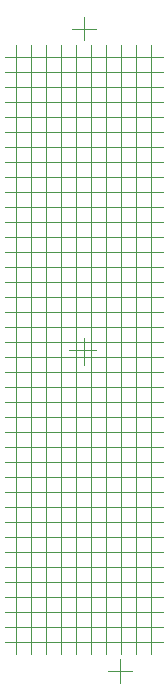
<source format=gbr>
G04 Layer_Color=32896*
%FSLAX26Y26*%
%MOIN*%
%TF.FileFunction,Mechanical*%
%TF.Part,Single*%
G01*
G75*
%TA.AperFunction,NonConductor*%
%ADD109C,0.003937*%
D109*
X7235630Y6894999D02*
X7275000D01*
X7314370D01*
X7275000Y6855629D02*
Y6894999D01*
Y6934370D01*
Y6855629D02*
Y6894999D01*
Y6934370D01*
X7235630Y6894999D02*
X7275000D01*
X7314370D01*
X7460630Y5919999D02*
X7500000D01*
X7539370D01*
X7500000D02*
Y5959369D01*
Y5880629D02*
Y5919999D01*
X7410630D02*
X7450000D01*
X7489370D01*
X7450000D02*
Y5959369D01*
Y5880629D02*
Y5919999D01*
X7360630D02*
X7400000D01*
X7439370D01*
X7400000D02*
Y5959369D01*
Y5880629D02*
Y5919999D01*
X7310630D02*
X7350000D01*
X7389370D01*
X7350000D02*
Y5959369D01*
Y5880629D02*
Y5919999D01*
X7260630D02*
X7300000D01*
X7339370D01*
X7300000D02*
Y5959369D01*
Y5880629D02*
Y5919999D01*
X7210630D02*
X7250000D01*
X7289370D01*
X7250000D02*
Y5959369D01*
Y5880629D02*
Y5919999D01*
X7160630D02*
X7200000D01*
X7239370D01*
X7200000D02*
Y5959369D01*
Y5880629D02*
Y5919999D01*
X7110630D02*
X7150000D01*
X7189370D01*
X7150000D02*
Y5959369D01*
Y5880629D02*
Y5919999D01*
X7060630D02*
X7100000D01*
X7139370D01*
X7100000D02*
Y5959369D01*
Y5880629D02*
Y5919999D01*
X7010630D02*
X7050000D01*
X7089370D01*
X7050000D02*
Y5959369D01*
Y5880629D02*
Y5919999D01*
X7460630Y5969999D02*
X7500000D01*
X7539370D01*
X7500000D02*
Y6009369D01*
Y5930629D02*
Y5969999D01*
X7410630D02*
X7450000D01*
X7489370D01*
X7450000D02*
Y6009369D01*
Y5930629D02*
Y5969999D01*
X7360630D02*
X7400000D01*
X7439370D01*
X7400000D02*
Y6009369D01*
Y5930629D02*
Y5969999D01*
X7310630D02*
X7350000D01*
X7389370D01*
X7350000D02*
Y6009369D01*
Y5930629D02*
Y5969999D01*
X7260630D02*
X7300000D01*
X7339370D01*
X7300000D02*
Y6009369D01*
Y5930629D02*
Y5969999D01*
X7210630D02*
X7250000D01*
X7289370D01*
X7250000D02*
Y6009369D01*
Y5930629D02*
Y5969999D01*
X7160630D02*
X7200000D01*
X7239370D01*
X7200000D02*
Y6009369D01*
Y5930629D02*
Y5969999D01*
X7110630D02*
X7150000D01*
X7189370D01*
X7150000D02*
Y6009369D01*
Y5930629D02*
Y5969999D01*
X7060630D02*
X7100000D01*
X7139370D01*
X7100000D02*
Y6009369D01*
Y5930629D02*
Y5969999D01*
X7010630D02*
X7050000D01*
X7089370D01*
X7050000D02*
Y6009369D01*
Y5930629D02*
Y5969999D01*
X7460630Y6019999D02*
X7500000D01*
X7539370D01*
X7500000D02*
Y6059369D01*
Y5980629D02*
Y6019999D01*
X7410630D02*
X7450000D01*
X7489370D01*
X7450000D02*
Y6059369D01*
Y5980629D02*
Y6019999D01*
X7360630D02*
X7400000D01*
X7439370D01*
X7400000D02*
Y6059369D01*
Y5980629D02*
Y6019999D01*
X7310630D02*
X7350000D01*
X7389370D01*
X7350000D02*
Y6059369D01*
Y5980629D02*
Y6019999D01*
X7260630D02*
X7300000D01*
X7339370D01*
X7300000D02*
Y6059369D01*
Y5980629D02*
Y6019999D01*
X7210630D02*
X7250000D01*
X7289370D01*
X7250000D02*
Y6059369D01*
Y5980629D02*
Y6019999D01*
X7160630D02*
X7200000D01*
X7239370D01*
X7200000D02*
Y6059369D01*
Y5980629D02*
Y6019999D01*
X7110630D02*
X7150000D01*
X7189370D01*
X7150000D02*
Y6059369D01*
Y5980629D02*
Y6019999D01*
X7060630D02*
X7100000D01*
X7139370D01*
X7100000D02*
Y6059369D01*
Y5980629D02*
Y6019999D01*
X7010630D02*
X7050000D01*
X7089370D01*
X7050000D02*
Y6059369D01*
Y5980629D02*
Y6019999D01*
X7460630Y6069999D02*
X7500000D01*
X7539370D01*
X7500000D02*
Y6109369D01*
Y6030629D02*
Y6069999D01*
X7410630D02*
X7450000D01*
X7489370D01*
X7450000D02*
Y6109369D01*
Y6030629D02*
Y6069999D01*
X7360630D02*
X7400000D01*
X7439370D01*
X7400000D02*
Y6109369D01*
Y6030629D02*
Y6069999D01*
X7310630D02*
X7350000D01*
X7389370D01*
X7350000D02*
Y6109369D01*
Y6030629D02*
Y6069999D01*
X7260630D02*
X7300000D01*
X7339370D01*
X7300000D02*
Y6109369D01*
Y6030629D02*
Y6069999D01*
X7210630D02*
X7250000D01*
X7289370D01*
X7250000D02*
Y6109369D01*
Y6030629D02*
Y6069999D01*
X7160630D02*
X7200000D01*
X7239370D01*
X7200000D02*
Y6109369D01*
Y6030629D02*
Y6069999D01*
X7110630D02*
X7150000D01*
X7189370D01*
X7150000D02*
Y6109369D01*
Y6030629D02*
Y6069999D01*
X7060630D02*
X7100000D01*
X7139370D01*
X7100000D02*
Y6109369D01*
Y6030629D02*
Y6069999D01*
X7010630D02*
X7050000D01*
X7089370D01*
X7050000D02*
Y6109369D01*
Y6030629D02*
Y6069999D01*
X7460630Y6119999D02*
X7500000D01*
X7539370D01*
X7500000D02*
Y6159369D01*
Y6080629D02*
Y6119999D01*
X7410630D02*
X7450000D01*
X7489370D01*
X7450000D02*
Y6159369D01*
Y6080629D02*
Y6119999D01*
X7360630D02*
X7400000D01*
X7439370D01*
X7400000D02*
Y6159369D01*
Y6080629D02*
Y6119999D01*
X7310630D02*
X7350000D01*
X7389370D01*
X7350000D02*
Y6159369D01*
Y6080629D02*
Y6119999D01*
X7260630D02*
X7300000D01*
X7339370D01*
X7300000D02*
Y6159369D01*
Y6080629D02*
Y6119999D01*
X7210630D02*
X7250000D01*
X7289370D01*
X7250000D02*
Y6159369D01*
Y6080629D02*
Y6119999D01*
X7160630D02*
X7200000D01*
X7239370D01*
X7200000D02*
Y6159369D01*
Y6080629D02*
Y6119999D01*
X7110630D02*
X7150000D01*
X7189370D01*
X7150000D02*
Y6159369D01*
Y6080629D02*
Y6119999D01*
X7060630D02*
X7100000D01*
X7139370D01*
X7100000D02*
Y6159369D01*
Y6080629D02*
Y6119999D01*
X7010630D02*
X7050000D01*
X7089370D01*
X7050000D02*
Y6159369D01*
Y6080629D02*
Y6119999D01*
X7460630Y6169999D02*
X7500000D01*
X7539370D01*
X7500000D02*
Y6209369D01*
Y6130629D02*
Y6169999D01*
X7410630D02*
X7450000D01*
X7489370D01*
X7450000D02*
Y6209369D01*
Y6130629D02*
Y6169999D01*
X7360630D02*
X7400000D01*
X7439370D01*
X7400000D02*
Y6209369D01*
Y6130629D02*
Y6169999D01*
X7310630D02*
X7350000D01*
X7389370D01*
X7350000D02*
Y6209369D01*
Y6130629D02*
Y6169999D01*
X7260630D02*
X7300000D01*
X7339370D01*
X7300000D02*
Y6209369D01*
Y6130629D02*
Y6169999D01*
X7210630D02*
X7250000D01*
X7289370D01*
X7250000D02*
Y6209369D01*
Y6130629D02*
Y6169999D01*
X7160630D02*
X7200000D01*
X7239370D01*
X7200000D02*
Y6209369D01*
Y6130629D02*
Y6169999D01*
X7110630D02*
X7150000D01*
X7189370D01*
X7150000D02*
Y6209369D01*
Y6130629D02*
Y6169999D01*
X7060630D02*
X7100000D01*
X7139370D01*
X7100000D02*
Y6209369D01*
Y6130629D02*
Y6169999D01*
X7010630D02*
X7050000D01*
X7089370D01*
X7050000D02*
Y6209369D01*
Y6130629D02*
Y6169999D01*
X7460630Y6219999D02*
X7500000D01*
X7539370D01*
X7500000D02*
Y6259369D01*
Y6180629D02*
Y6219999D01*
X7410630D02*
X7450000D01*
X7489370D01*
X7450000D02*
Y6259369D01*
Y6180629D02*
Y6219999D01*
X7360630D02*
X7400000D01*
X7439370D01*
X7400000D02*
Y6259369D01*
Y6180629D02*
Y6219999D01*
X7310630D02*
X7350000D01*
X7389370D01*
X7350000D02*
Y6259369D01*
Y6180629D02*
Y6219999D01*
X7260630D02*
X7300000D01*
X7339370D01*
X7300000D02*
Y6259369D01*
Y6180629D02*
Y6219999D01*
X7210630D02*
X7250000D01*
X7289370D01*
X7250000D02*
Y6259369D01*
Y6180629D02*
Y6219999D01*
X7160630D02*
X7200000D01*
X7239370D01*
X7200000D02*
Y6259369D01*
Y6180629D02*
Y6219999D01*
X7110630D02*
X7150000D01*
X7189370D01*
X7150000D02*
Y6259369D01*
Y6180629D02*
Y6219999D01*
X7060630D02*
X7100000D01*
X7139370D01*
X7100000D02*
Y6259369D01*
Y6180629D02*
Y6219999D01*
X7010630D02*
X7050000D01*
X7089370D01*
X7050000D02*
Y6259369D01*
Y6180629D02*
Y6219999D01*
X7460630Y6269999D02*
X7500000D01*
X7539370D01*
X7500000D02*
Y6309369D01*
Y6230629D02*
Y6269999D01*
X7410630D02*
X7450000D01*
X7489370D01*
X7450000D02*
Y6309369D01*
Y6230629D02*
Y6269999D01*
X7360630D02*
X7400000D01*
X7439370D01*
X7400000D02*
Y6309369D01*
Y6230629D02*
Y6269999D01*
X7310630D02*
X7350000D01*
X7389370D01*
X7350000D02*
Y6309369D01*
Y6230629D02*
Y6269999D01*
X7260630D02*
X7300000D01*
X7339370D01*
X7300000D02*
Y6309369D01*
Y6230629D02*
Y6269999D01*
X7210630D02*
X7250000D01*
X7289370D01*
X7250000D02*
Y6309369D01*
Y6230629D02*
Y6269999D01*
X7160630D02*
X7200000D01*
X7239370D01*
X7200000D02*
Y6309369D01*
Y6230629D02*
Y6269999D01*
X7110630D02*
X7150000D01*
X7189370D01*
X7150000D02*
Y6309369D01*
Y6230629D02*
Y6269999D01*
X7060630D02*
X7100000D01*
X7139370D01*
X7100000D02*
Y6309369D01*
Y6230629D02*
Y6269999D01*
X7010630D02*
X7050000D01*
X7089370D01*
X7050000D02*
Y6309369D01*
Y6230629D02*
Y6269999D01*
X7460630Y6319999D02*
X7500000D01*
X7539370D01*
X7500000D02*
Y6359369D01*
Y6280629D02*
Y6319999D01*
X7410630D02*
X7450000D01*
X7489370D01*
X7450000D02*
Y6359369D01*
Y6280629D02*
Y6319999D01*
X7360630D02*
X7400000D01*
X7439370D01*
X7400000D02*
Y6359369D01*
Y6280629D02*
Y6319999D01*
X7310630D02*
X7350000D01*
X7389370D01*
X7350000D02*
Y6359369D01*
Y6280629D02*
Y6319999D01*
X7260630D02*
X7300000D01*
X7339370D01*
X7300000D02*
Y6359369D01*
Y6280629D02*
Y6319999D01*
X7210630D02*
X7250000D01*
X7289370D01*
X7250000D02*
Y6359369D01*
Y6280629D02*
Y6319999D01*
X7160630D02*
X7200000D01*
X7239370D01*
X7200000D02*
Y6359369D01*
Y6280629D02*
Y6319999D01*
X7110630D02*
X7150000D01*
X7189370D01*
X7150000D02*
Y6359369D01*
Y6280629D02*
Y6319999D01*
X7060630D02*
X7100000D01*
X7139370D01*
X7100000D02*
Y6359369D01*
Y6280629D02*
Y6319999D01*
X7010630D02*
X7050000D01*
X7089370D01*
X7050000D02*
Y6359369D01*
Y6280629D02*
Y6319999D01*
X7460630Y6369999D02*
X7500000D01*
X7539370D01*
X7500000D02*
Y6409369D01*
Y6330629D02*
Y6369999D01*
X7410630D02*
X7450000D01*
X7489370D01*
X7450000D02*
Y6409369D01*
Y6330629D02*
Y6369999D01*
X7360630D02*
X7400000D01*
X7439370D01*
X7400000D02*
Y6409369D01*
Y6330629D02*
Y6369999D01*
X7310630D02*
X7350000D01*
X7389370D01*
X7350000D02*
Y6409369D01*
Y6330629D02*
Y6369999D01*
X7260630D02*
X7300000D01*
X7339370D01*
X7300000D02*
Y6409369D01*
Y6330629D02*
Y6369999D01*
X7210630D02*
X7250000D01*
X7289370D01*
X7250000D02*
Y6409369D01*
Y6330629D02*
Y6369999D01*
X7160630D02*
X7200000D01*
X7239370D01*
X7200000D02*
Y6409369D01*
Y6330629D02*
Y6369999D01*
X7110630D02*
X7150000D01*
X7189370D01*
X7150000D02*
Y6409369D01*
Y6330629D02*
Y6369999D01*
X7060630D02*
X7100000D01*
X7139370D01*
X7100000D02*
Y6409369D01*
Y6330629D02*
Y6369999D01*
X7010630D02*
X7050000D01*
X7089370D01*
X7050000D02*
Y6409369D01*
Y6330629D02*
Y6369999D01*
X7460630Y6419999D02*
X7500000D01*
X7539370D01*
X7500000D02*
Y6459369D01*
Y6380629D02*
Y6419999D01*
X7410630D02*
X7450000D01*
X7489370D01*
X7450000D02*
Y6459369D01*
Y6380629D02*
Y6419999D01*
X7360630D02*
X7400000D01*
X7439370D01*
X7400000D02*
Y6459369D01*
Y6380629D02*
Y6419999D01*
X7310630D02*
X7350000D01*
X7389370D01*
X7350000D02*
Y6459369D01*
Y6380629D02*
Y6419999D01*
X7260630D02*
X7300000D01*
X7339370D01*
X7300000D02*
Y6459369D01*
Y6380629D02*
Y6419999D01*
X7210630D02*
X7250000D01*
X7289370D01*
X7250000D02*
Y6459369D01*
Y6380629D02*
Y6419999D01*
X7160630D02*
X7200000D01*
X7239370D01*
X7200000D02*
Y6459369D01*
Y6380629D02*
Y6419999D01*
X7110630D02*
X7150000D01*
X7189370D01*
X7150000D02*
Y6459369D01*
Y6380629D02*
Y6419999D01*
X7060630D02*
X7100000D01*
X7139370D01*
X7100000D02*
Y6459369D01*
Y6380629D02*
Y6419999D01*
X7010630D02*
X7050000D01*
X7089370D01*
X7050000D02*
Y6459369D01*
Y6380629D02*
Y6419999D01*
X7460630Y6469999D02*
X7500000D01*
X7539370D01*
X7500000D02*
Y6509369D01*
Y6430629D02*
Y6469999D01*
X7410630D02*
X7450000D01*
X7489370D01*
X7450000D02*
Y6509369D01*
Y6430629D02*
Y6469999D01*
X7360630D02*
X7400000D01*
X7439370D01*
X7400000D02*
Y6509369D01*
Y6430629D02*
Y6469999D01*
X7310630D02*
X7350000D01*
X7389370D01*
X7350000D02*
Y6509369D01*
Y6430629D02*
Y6469999D01*
X7260630D02*
X7300000D01*
X7339370D01*
X7300000D02*
Y6509369D01*
Y6430629D02*
Y6469999D01*
X7210630D02*
X7250000D01*
X7289370D01*
X7250000D02*
Y6509369D01*
Y6430629D02*
Y6469999D01*
X7160630D02*
X7200000D01*
X7239370D01*
X7200000D02*
Y6509369D01*
Y6430629D02*
Y6469999D01*
X7110630D02*
X7150000D01*
X7189370D01*
X7150000D02*
Y6509369D01*
Y6430629D02*
Y6469999D01*
X7060630D02*
X7100000D01*
X7139370D01*
X7100000D02*
Y6509369D01*
Y6430629D02*
Y6469999D01*
X7010630D02*
X7050000D01*
X7089370D01*
X7050000D02*
Y6509369D01*
Y6430629D02*
Y6469999D01*
X7460630Y6519999D02*
X7500000D01*
X7539370D01*
X7500000D02*
Y6559369D01*
Y6480629D02*
Y6519999D01*
X7410630D02*
X7450000D01*
X7489370D01*
X7450000D02*
Y6559369D01*
Y6480629D02*
Y6519999D01*
X7360630D02*
X7400000D01*
X7439370D01*
X7400000D02*
Y6559369D01*
Y6480629D02*
Y6519999D01*
X7310630D02*
X7350000D01*
X7389370D01*
X7350000D02*
Y6559369D01*
Y6480629D02*
Y6519999D01*
X7260630D02*
X7300000D01*
X7339370D01*
X7300000D02*
Y6559369D01*
Y6480629D02*
Y6519999D01*
X7210630D02*
X7250000D01*
X7289370D01*
X7250000D02*
Y6559369D01*
Y6480629D02*
Y6519999D01*
X7160630D02*
X7200000D01*
X7239370D01*
X7200000D02*
Y6559369D01*
Y6480629D02*
Y6519999D01*
X7110630D02*
X7150000D01*
X7189370D01*
X7150000D02*
Y6559369D01*
Y6480629D02*
Y6519999D01*
X7060630D02*
X7100000D01*
X7139370D01*
X7100000D02*
Y6559369D01*
Y6480629D02*
Y6519999D01*
X7010630D02*
X7050000D01*
X7089370D01*
X7050000D02*
Y6559369D01*
Y6480629D02*
Y6519999D01*
X7460630Y6569999D02*
X7500000D01*
X7539370D01*
X7500000D02*
Y6609369D01*
Y6530629D02*
Y6569999D01*
X7410630D02*
X7450000D01*
X7489370D01*
X7450000D02*
Y6609369D01*
Y6530629D02*
Y6569999D01*
X7360630D02*
X7400000D01*
X7439370D01*
X7400000D02*
Y6609369D01*
Y6530629D02*
Y6569999D01*
X7310630D02*
X7350000D01*
X7389370D01*
X7350000D02*
Y6609369D01*
Y6530629D02*
Y6569999D01*
X7260630D02*
X7300000D01*
X7339370D01*
X7300000D02*
Y6609369D01*
Y6530629D02*
Y6569999D01*
X7210630D02*
X7250000D01*
X7289370D01*
X7250000D02*
Y6609369D01*
Y6530629D02*
Y6569999D01*
X7160630D02*
X7200000D01*
X7239370D01*
X7200000D02*
Y6609369D01*
Y6530629D02*
Y6569999D01*
X7110630D02*
X7150000D01*
X7189370D01*
X7150000D02*
Y6609369D01*
Y6530629D02*
Y6569999D01*
X7060630D02*
X7100000D01*
X7139370D01*
X7100000D02*
Y6609369D01*
Y6530629D02*
Y6569999D01*
X7010630D02*
X7050000D01*
X7089370D01*
X7050000D02*
Y6609369D01*
Y6530629D02*
Y6569999D01*
X7460630Y6619999D02*
X7500000D01*
X7539370D01*
X7500000D02*
Y6659369D01*
Y6580629D02*
Y6619999D01*
X7410630D02*
X7450000D01*
X7489370D01*
X7450000D02*
Y6659369D01*
Y6580629D02*
Y6619999D01*
X7360630D02*
X7400000D01*
X7439370D01*
X7400000D02*
Y6659369D01*
Y6580629D02*
Y6619999D01*
X7310630D02*
X7350000D01*
X7389370D01*
X7350000D02*
Y6659369D01*
Y6580629D02*
Y6619999D01*
X7260630D02*
X7300000D01*
X7339370D01*
X7300000D02*
Y6659369D01*
Y6580629D02*
Y6619999D01*
X7210630D02*
X7250000D01*
X7289370D01*
X7250000D02*
Y6659369D01*
Y6580629D02*
Y6619999D01*
X7160630D02*
X7200000D01*
X7239370D01*
X7200000D02*
Y6659369D01*
Y6580629D02*
Y6619999D01*
X7110630D02*
X7150000D01*
X7189370D01*
X7150000D02*
Y6659369D01*
Y6580629D02*
Y6619999D01*
X7060630D02*
X7100000D01*
X7139370D01*
X7100000D02*
Y6659369D01*
Y6580629D02*
Y6619999D01*
X7010630D02*
X7050000D01*
X7089370D01*
X7050000D02*
Y6659369D01*
Y6580629D02*
Y6619999D01*
X7460630Y6669999D02*
X7500000D01*
X7539370D01*
X7500000D02*
Y6709369D01*
Y6630629D02*
Y6669999D01*
X7410630D02*
X7450000D01*
X7489370D01*
X7450000D02*
Y6709369D01*
Y6630629D02*
Y6669999D01*
X7360630D02*
X7400000D01*
X7439370D01*
X7400000D02*
Y6709369D01*
Y6630629D02*
Y6669999D01*
X7310630D02*
X7350000D01*
X7389370D01*
X7350000D02*
Y6709369D01*
Y6630629D02*
Y6669999D01*
X7260630D02*
X7300000D01*
X7339370D01*
X7300000D02*
Y6709369D01*
Y6630629D02*
Y6669999D01*
X7210630D02*
X7250000D01*
X7289370D01*
X7250000D02*
Y6709369D01*
Y6630629D02*
Y6669999D01*
X7160630D02*
X7200000D01*
X7239370D01*
X7200000D02*
Y6709369D01*
Y6630629D02*
Y6669999D01*
X7110630D02*
X7150000D01*
X7189370D01*
X7150000D02*
Y6709369D01*
Y6630629D02*
Y6669999D01*
X7060630D02*
X7100000D01*
X7139370D01*
X7100000D02*
Y6709369D01*
Y6630629D02*
Y6669999D01*
X7010630D02*
X7050000D01*
X7089370D01*
X7050000D02*
Y6709369D01*
Y6630629D02*
Y6669999D01*
X7460630Y6719999D02*
X7500000D01*
X7539370D01*
X7500000D02*
Y6759369D01*
Y6680629D02*
Y6719999D01*
X7410630D02*
X7450000D01*
X7489370D01*
X7450000D02*
Y6759369D01*
Y6680629D02*
Y6719999D01*
X7360630D02*
X7400000D01*
X7439370D01*
X7400000D02*
Y6759369D01*
Y6680629D02*
Y6719999D01*
X7310630D02*
X7350000D01*
X7389370D01*
X7350000D02*
Y6759369D01*
Y6680629D02*
Y6719999D01*
X7260630D02*
X7300000D01*
X7339370D01*
X7300000D02*
Y6759369D01*
Y6680629D02*
Y6719999D01*
X7210630D02*
X7250000D01*
X7289370D01*
X7250000D02*
Y6759369D01*
Y6680629D02*
Y6719999D01*
X7160630D02*
X7200000D01*
X7239370D01*
X7200000D02*
Y6759369D01*
Y6680629D02*
Y6719999D01*
X7110630D02*
X7150000D01*
X7189370D01*
X7150000D02*
Y6759369D01*
Y6680629D02*
Y6719999D01*
X7060630D02*
X7100000D01*
X7139370D01*
X7100000D02*
Y6759369D01*
Y6680629D02*
Y6719999D01*
X7010630D02*
X7050000D01*
X7089370D01*
X7050000D02*
Y6759369D01*
Y6680629D02*
Y6719999D01*
X7460630Y6769999D02*
X7500000D01*
X7539370D01*
X7500000D02*
Y6809369D01*
Y6730629D02*
Y6769999D01*
X7410630D02*
X7450000D01*
X7489370D01*
X7450000D02*
Y6809369D01*
Y6730629D02*
Y6769999D01*
X7360630D02*
X7400000D01*
X7439370D01*
X7400000D02*
Y6809369D01*
Y6730629D02*
Y6769999D01*
X7310630D02*
X7350000D01*
X7389370D01*
X7350000D02*
Y6809369D01*
Y6730629D02*
Y6769999D01*
X7260630D02*
X7300000D01*
X7339370D01*
X7300000D02*
Y6809369D01*
Y6730629D02*
Y6769999D01*
X7210630D02*
X7250000D01*
X7289370D01*
X7250000D02*
Y6809369D01*
Y6730629D02*
Y6769999D01*
X7160630D02*
X7200000D01*
X7239370D01*
X7200000D02*
Y6809369D01*
Y6730629D02*
Y6769999D01*
X7110630D02*
X7150000D01*
X7189370D01*
X7150000D02*
Y6809369D01*
Y6730629D02*
Y6769999D01*
X7060630D02*
X7100000D01*
X7139370D01*
X7100000D02*
Y6809369D01*
Y6730629D02*
Y6769999D01*
X7010630D02*
X7050000D01*
X7089370D01*
X7050000D02*
Y6809369D01*
Y6730629D02*
Y6769999D01*
X7460630Y6819999D02*
X7500000D01*
X7539370D01*
X7500000D02*
Y6859370D01*
Y6780629D02*
Y6819999D01*
X7410630D02*
X7450000D01*
X7489370D01*
X7450000D02*
Y6859370D01*
Y6780629D02*
Y6819999D01*
X7360630D02*
X7400000D01*
X7439370D01*
X7400000D02*
Y6859370D01*
Y6780629D02*
Y6819999D01*
X7310630D02*
X7350000D01*
X7389370D01*
X7350000D02*
Y6859370D01*
Y6780629D02*
Y6819999D01*
X7260630D02*
X7300000D01*
X7339370D01*
X7300000D02*
Y6859370D01*
Y6780629D02*
Y6819999D01*
X7210630D02*
X7250000D01*
X7289370D01*
X7250000D02*
Y6859370D01*
Y6780629D02*
Y6819999D01*
X7160630D02*
X7200000D01*
X7239370D01*
X7200000D02*
Y6859370D01*
Y6780629D02*
Y6819999D01*
X7110630D02*
X7150000D01*
X7189370D01*
X7150000D02*
Y6859370D01*
Y6780629D02*
Y6819999D01*
X7060630D02*
X7100000D01*
X7139370D01*
X7100000D02*
Y6859370D01*
Y6780629D02*
Y6819999D01*
X7010630D02*
X7050000D01*
X7089370D01*
X7050000D02*
Y6859370D01*
Y6780629D02*
Y6819999D01*
X7460630Y6869999D02*
X7500000D01*
X7539370D01*
X7500000D02*
Y6909370D01*
Y6830629D02*
Y6869999D01*
X7410630D02*
X7450000D01*
X7489370D01*
X7450000D02*
Y6909370D01*
Y6830629D02*
Y6869999D01*
X7360630D02*
X7400000D01*
X7439370D01*
X7400000D02*
Y6909370D01*
Y6830629D02*
Y6869999D01*
X7310630D02*
X7350000D01*
X7389370D01*
X7350000D02*
Y6909370D01*
Y6830629D02*
Y6869999D01*
X7260630D02*
X7300000D01*
X7339370D01*
X7300000D02*
Y6909370D01*
Y6830629D02*
Y6869999D01*
X7210630D02*
X7250000D01*
X7289370D01*
X7250000D02*
Y6909370D01*
Y6830629D02*
Y6869999D01*
X7160630D02*
X7200000D01*
X7239370D01*
X7200000D02*
Y6909370D01*
Y6830629D02*
Y6869999D01*
X7110630D02*
X7150000D01*
X7189370D01*
X7150000D02*
Y6909370D01*
Y6830629D02*
Y6869999D01*
X7060630D02*
X7100000D01*
X7139370D01*
X7100000D02*
Y6909370D01*
Y6830629D02*
Y6869999D01*
X7010630D02*
X7050000D01*
X7089370D01*
X7050000D02*
Y6909370D01*
Y6830629D02*
Y6869999D01*
X7460630Y6919999D02*
X7500000D01*
X7539370D01*
X7500000D02*
Y6959370D01*
Y6880629D02*
Y6919999D01*
X7410630D02*
X7450000D01*
X7489370D01*
X7450000D02*
Y6959370D01*
Y6880629D02*
Y6919999D01*
X7360630D02*
X7400000D01*
X7439370D01*
X7400000D02*
Y6959370D01*
Y6880629D02*
Y6919999D01*
X7310630D02*
X7350000D01*
X7389370D01*
X7350000D02*
Y6959370D01*
Y6880629D02*
Y6919999D01*
X7260630D02*
X7300000D01*
X7339370D01*
X7300000D02*
Y6959370D01*
Y6880629D02*
Y6919999D01*
X7210630D02*
X7250000D01*
X7289370D01*
X7250000D02*
Y6959370D01*
Y6880629D02*
Y6919999D01*
X7160630D02*
X7200000D01*
X7239370D01*
X7200000D02*
Y6959370D01*
Y6880629D02*
Y6919999D01*
X7110630D02*
X7150000D01*
X7189370D01*
X7150000D02*
Y6959370D01*
Y6880629D02*
Y6919999D01*
X7060630D02*
X7100000D01*
X7139370D01*
X7100000D02*
Y6959370D01*
Y6880629D02*
Y6919999D01*
X7010630D02*
X7050000D01*
X7089370D01*
X7050000D02*
Y6959370D01*
Y6880629D02*
Y6919999D01*
X7460630Y6969999D02*
X7500000D01*
X7539370D01*
X7500000D02*
Y7009370D01*
Y6930629D02*
Y6969999D01*
X7410630D02*
X7450000D01*
X7489370D01*
X7450000D02*
Y7009370D01*
Y6930629D02*
Y6969999D01*
X7360630D02*
X7400000D01*
X7439370D01*
X7400000D02*
Y7009370D01*
Y6930629D02*
Y6969999D01*
X7310630D02*
X7350000D01*
X7389370D01*
X7350000D02*
Y7009370D01*
Y6930629D02*
Y6969999D01*
X7260630D02*
X7300000D01*
X7339370D01*
X7300000D02*
Y7009370D01*
Y6930629D02*
Y6969999D01*
X7210630D02*
X7250000D01*
X7289370D01*
X7250000D02*
Y7009370D01*
Y6930629D02*
Y6969999D01*
X7160630D02*
X7200000D01*
X7239370D01*
X7200000D02*
Y7009370D01*
Y6930629D02*
Y6969999D01*
X7110630D02*
X7150000D01*
X7189370D01*
X7150000D02*
Y7009370D01*
Y6930629D02*
Y6969999D01*
X7060630D02*
X7100000D01*
X7139370D01*
X7100000D02*
Y7009370D01*
Y6930629D02*
Y6969999D01*
X7010630D02*
X7050000D01*
X7089370D01*
X7050000D02*
Y7009370D01*
Y6930629D02*
Y6969999D01*
X7460630Y7020000D02*
X7500000D01*
X7539370D01*
X7500000D02*
Y7059370D01*
Y6980630D02*
Y7020000D01*
X7410630D02*
X7450000D01*
X7489370D01*
X7450000D02*
Y7059370D01*
Y6980630D02*
Y7020000D01*
X7360630D02*
X7400000D01*
X7439370D01*
X7400000D02*
Y7059370D01*
Y6980630D02*
Y7020000D01*
X7310630D02*
X7350000D01*
X7389370D01*
X7350000D02*
Y7059370D01*
Y6980630D02*
Y7020000D01*
X7260630D02*
X7300000D01*
X7339370D01*
X7300000D02*
Y7059370D01*
Y6980630D02*
Y7020000D01*
X7210630D02*
X7250000D01*
X7289370D01*
X7250000D02*
Y7059370D01*
Y6980630D02*
Y7020000D01*
X7160630D02*
X7200000D01*
X7239370D01*
X7200000D02*
Y7059370D01*
Y6980630D02*
Y7020000D01*
X7110630D02*
X7150000D01*
X7189370D01*
X7150000D02*
Y7059370D01*
Y6980630D02*
Y7020000D01*
X7060630D02*
X7100000D01*
X7139370D01*
X7100000D02*
Y7059370D01*
Y6980630D02*
Y7020000D01*
X7010630D02*
X7050000D01*
X7089370D01*
X7050000D02*
Y7059370D01*
Y6980630D02*
Y7020000D01*
X7460630Y7070000D02*
X7500000D01*
X7539370D01*
X7500000D02*
Y7109370D01*
Y7030630D02*
Y7070000D01*
X7410630D02*
X7450000D01*
X7489370D01*
X7450000D02*
Y7109370D01*
Y7030630D02*
Y7070000D01*
X7360630D02*
X7400000D01*
X7439370D01*
X7400000D02*
Y7109370D01*
Y7030630D02*
Y7070000D01*
X7310630D02*
X7350000D01*
X7389370D01*
X7350000D02*
Y7109370D01*
Y7030630D02*
Y7070000D01*
X7260630D02*
X7300000D01*
X7339370D01*
X7300000D02*
Y7109370D01*
Y7030630D02*
Y7070000D01*
X7210630D02*
X7250000D01*
X7289370D01*
X7250000D02*
Y7109370D01*
Y7030630D02*
Y7070000D01*
X7160630D02*
X7200000D01*
X7239370D01*
X7200000D02*
Y7109370D01*
Y7030630D02*
Y7070000D01*
X7110630D02*
X7150000D01*
X7189370D01*
X7150000D02*
Y7109370D01*
Y7030630D02*
Y7070000D01*
X7060630D02*
X7100000D01*
X7139370D01*
X7100000D02*
Y7109370D01*
Y7030630D02*
Y7070000D01*
X7010630D02*
X7050000D01*
X7089370D01*
X7050000D02*
Y7109370D01*
Y7030630D02*
Y7070000D01*
X7460630Y7120000D02*
X7500000D01*
X7539370D01*
X7500000D02*
Y7159370D01*
Y7080630D02*
Y7120000D01*
X7410630D02*
X7450000D01*
X7489370D01*
X7450000D02*
Y7159370D01*
Y7080630D02*
Y7120000D01*
X7360630D02*
X7400000D01*
X7439370D01*
X7400000D02*
Y7159370D01*
Y7080630D02*
Y7120000D01*
X7310630D02*
X7350000D01*
X7389370D01*
X7350000D02*
Y7159370D01*
Y7080630D02*
Y7120000D01*
X7260630D02*
X7300000D01*
X7339370D01*
X7300000D02*
Y7159370D01*
Y7080630D02*
Y7120000D01*
X7210630D02*
X7250000D01*
X7289370D01*
X7250000D02*
Y7159370D01*
Y7080630D02*
Y7120000D01*
X7160630D02*
X7200000D01*
X7239370D01*
X7200000D02*
Y7159370D01*
Y7080630D02*
Y7120000D01*
X7110630D02*
X7150000D01*
X7189370D01*
X7150000D02*
Y7159370D01*
Y7080630D02*
Y7120000D01*
X7060630D02*
X7100000D01*
X7139370D01*
X7100000D02*
Y7159370D01*
Y7080630D02*
Y7120000D01*
X7010630D02*
X7050000D01*
X7089370D01*
X7050000D02*
Y7159370D01*
Y7080630D02*
Y7120000D01*
X7460630Y7170000D02*
X7500000D01*
X7539370D01*
X7500000D02*
Y7209370D01*
Y7130630D02*
Y7170000D01*
X7410630D02*
X7450000D01*
X7489370D01*
X7450000D02*
Y7209370D01*
Y7130630D02*
Y7170000D01*
X7360630D02*
X7400000D01*
X7439370D01*
X7400000D02*
Y7209370D01*
Y7130630D02*
Y7170000D01*
X7310630D02*
X7350000D01*
X7389370D01*
X7350000D02*
Y7209370D01*
Y7130630D02*
Y7170000D01*
X7260630D02*
X7300000D01*
X7339370D01*
X7300000D02*
Y7209370D01*
Y7130630D02*
Y7170000D01*
X7210630D02*
X7250000D01*
X7289370D01*
X7250000D02*
Y7209370D01*
Y7130630D02*
Y7170000D01*
X7160630D02*
X7200000D01*
X7239370D01*
X7200000D02*
Y7209370D01*
Y7130630D02*
Y7170000D01*
X7110630D02*
X7150000D01*
X7189370D01*
X7150000D02*
Y7209370D01*
Y7130630D02*
Y7170000D01*
X7060630D02*
X7100000D01*
X7139370D01*
X7100000D02*
Y7209370D01*
Y7130630D02*
Y7170000D01*
X7010630D02*
X7050000D01*
X7089370D01*
X7050000D02*
Y7209370D01*
Y7130630D02*
Y7170000D01*
X7460630Y7220000D02*
X7500000D01*
X7539370D01*
X7500000D02*
Y7259370D01*
Y7180630D02*
Y7220000D01*
X7410630D02*
X7450000D01*
X7489370D01*
X7450000D02*
Y7259370D01*
Y7180630D02*
Y7220000D01*
X7360630D02*
X7400000D01*
X7439370D01*
X7400000D02*
Y7259370D01*
Y7180630D02*
Y7220000D01*
X7310630D02*
X7350000D01*
X7389370D01*
X7350000D02*
Y7259370D01*
Y7180630D02*
Y7220000D01*
X7260630D02*
X7300000D01*
X7339370D01*
X7300000D02*
Y7259370D01*
Y7180630D02*
Y7220000D01*
X7210630D02*
X7250000D01*
X7289370D01*
X7250000D02*
Y7259370D01*
Y7180630D02*
Y7220000D01*
X7160630D02*
X7200000D01*
X7239370D01*
X7200000D02*
Y7259370D01*
Y7180630D02*
Y7220000D01*
X7110630D02*
X7150000D01*
X7189370D01*
X7150000D02*
Y7259370D01*
Y7180630D02*
Y7220000D01*
X7060630D02*
X7100000D01*
X7139370D01*
X7100000D02*
Y7259370D01*
Y7180630D02*
Y7220000D01*
X7010630D02*
X7050000D01*
X7089370D01*
X7050000D02*
Y7259370D01*
Y7180630D02*
Y7220000D01*
X7460630Y7270000D02*
X7500000D01*
X7539370D01*
X7500000D02*
Y7309370D01*
Y7230630D02*
Y7270000D01*
X7410630D02*
X7450000D01*
X7489370D01*
X7450000D02*
Y7309370D01*
Y7230630D02*
Y7270000D01*
X7360630D02*
X7400000D01*
X7439370D01*
X7400000D02*
Y7309370D01*
Y7230630D02*
Y7270000D01*
X7310630D02*
X7350000D01*
X7389370D01*
X7350000D02*
Y7309370D01*
Y7230630D02*
Y7270000D01*
X7260630D02*
X7300000D01*
X7339370D01*
X7300000D02*
Y7309370D01*
Y7230630D02*
Y7270000D01*
X7210630D02*
X7250000D01*
X7289370D01*
X7250000D02*
Y7309370D01*
Y7230630D02*
Y7270000D01*
X7160630D02*
X7200000D01*
X7239370D01*
X7200000D02*
Y7309370D01*
Y7230630D02*
Y7270000D01*
X7110630D02*
X7150000D01*
X7189370D01*
X7150000D02*
Y7309370D01*
Y7230630D02*
Y7270000D01*
X7060630D02*
X7100000D01*
X7139370D01*
X7100000D02*
Y7309370D01*
Y7230630D02*
Y7270000D01*
X7010630D02*
X7050000D01*
X7089370D01*
X7050000D02*
Y7309370D01*
Y7230630D02*
Y7270000D01*
X7460630Y7320000D02*
X7500000D01*
X7539370D01*
X7500000D02*
Y7359370D01*
Y7280630D02*
Y7320000D01*
X7410630D02*
X7450000D01*
X7489370D01*
X7450000D02*
Y7359370D01*
Y7280630D02*
Y7320000D01*
X7360630D02*
X7400000D01*
X7439370D01*
X7400000D02*
Y7359370D01*
Y7280630D02*
Y7320000D01*
X7310630D02*
X7350000D01*
X7389370D01*
X7350000D02*
Y7359370D01*
Y7280630D02*
Y7320000D01*
X7260630D02*
X7300000D01*
X7339370D01*
X7300000D02*
Y7359370D01*
Y7280630D02*
Y7320000D01*
X7210630D02*
X7250000D01*
X7289370D01*
X7250000D02*
Y7359370D01*
Y7280630D02*
Y7320000D01*
X7160630D02*
X7200000D01*
X7239370D01*
X7200000D02*
Y7359370D01*
Y7280630D02*
Y7320000D01*
X7110630D02*
X7150000D01*
X7189370D01*
X7150000D02*
Y7359370D01*
Y7280630D02*
Y7320000D01*
X7060630D02*
X7100000D01*
X7139370D01*
X7100000D02*
Y7359370D01*
Y7280630D02*
Y7320000D01*
X7010630D02*
X7050000D01*
X7089370D01*
X7050000D02*
Y7359370D01*
Y7280630D02*
Y7320000D01*
X7460630Y7370000D02*
X7500000D01*
X7539370D01*
X7500000D02*
Y7409370D01*
Y7330630D02*
Y7370000D01*
X7410630D02*
X7450000D01*
X7489370D01*
X7450000D02*
Y7409370D01*
Y7330630D02*
Y7370000D01*
X7360630D02*
X7400000D01*
X7439370D01*
X7400000D02*
Y7409370D01*
Y7330630D02*
Y7370000D01*
X7310630D02*
X7350000D01*
X7389370D01*
X7350000D02*
Y7409370D01*
Y7330630D02*
Y7370000D01*
X7260630D02*
X7300000D01*
X7339370D01*
X7300000D02*
Y7409370D01*
Y7330630D02*
Y7370000D01*
X7210630D02*
X7250000D01*
X7289370D01*
X7250000D02*
Y7409370D01*
Y7330630D02*
Y7370000D01*
X7160630D02*
X7200000D01*
X7239370D01*
X7200000D02*
Y7409370D01*
Y7330630D02*
Y7370000D01*
X7110630D02*
X7150000D01*
X7189370D01*
X7150000D02*
Y7409370D01*
Y7330630D02*
Y7370000D01*
X7060630D02*
X7100000D01*
X7139370D01*
X7100000D02*
Y7409370D01*
Y7330630D02*
Y7370000D01*
X7010630D02*
X7050000D01*
X7089370D01*
X7050000D02*
Y7409370D01*
Y7330630D02*
Y7370000D01*
X7460630Y7420000D02*
X7500000D01*
X7539370D01*
X7500000D02*
Y7459370D01*
Y7380630D02*
Y7420000D01*
X7410630D02*
X7450000D01*
X7489370D01*
X7450000D02*
Y7459370D01*
Y7380630D02*
Y7420000D01*
X7360630D02*
X7400000D01*
X7439370D01*
X7400000D02*
Y7459370D01*
Y7380630D02*
Y7420000D01*
X7310630D02*
X7350000D01*
X7389370D01*
X7350000D02*
Y7459370D01*
Y7380630D02*
Y7420000D01*
X7260630D02*
X7300000D01*
X7339370D01*
X7300000D02*
Y7459370D01*
Y7380630D02*
Y7420000D01*
X7210630D02*
X7250000D01*
X7289370D01*
X7250000D02*
Y7459370D01*
Y7380630D02*
Y7420000D01*
X7160630D02*
X7200000D01*
X7239370D01*
X7200000D02*
Y7459370D01*
Y7380630D02*
Y7420000D01*
X7110630D02*
X7150000D01*
X7189370D01*
X7150000D02*
Y7459370D01*
Y7380630D02*
Y7420000D01*
X7060630D02*
X7100000D01*
X7139370D01*
X7100000D02*
Y7459370D01*
Y7380630D02*
Y7420000D01*
X7010630D02*
X7050000D01*
X7089370D01*
X7050000D02*
Y7459370D01*
Y7380630D02*
Y7420000D01*
X7460630Y7470000D02*
X7500000D01*
X7539370D01*
X7500000D02*
Y7509370D01*
Y7430630D02*
Y7470000D01*
X7410630D02*
X7450000D01*
X7489370D01*
X7450000D02*
Y7509370D01*
Y7430630D02*
Y7470000D01*
X7360630D02*
X7400000D01*
X7439370D01*
X7400000D02*
Y7509370D01*
Y7430630D02*
Y7470000D01*
X7310630D02*
X7350000D01*
X7389370D01*
X7350000D02*
Y7509370D01*
Y7430630D02*
Y7470000D01*
X7260630D02*
X7300000D01*
X7339370D01*
X7300000D02*
Y7509370D01*
Y7430630D02*
Y7470000D01*
X7210630D02*
X7250000D01*
X7289370D01*
X7250000D02*
Y7509370D01*
Y7430630D02*
Y7470000D01*
X7160630D02*
X7200000D01*
X7239370D01*
X7200000D02*
Y7509370D01*
Y7430630D02*
Y7470000D01*
X7110630D02*
X7150000D01*
X7189370D01*
X7150000D02*
Y7509370D01*
Y7430630D02*
Y7470000D01*
X7060630D02*
X7100000D01*
X7139370D01*
X7100000D02*
Y7509370D01*
Y7430630D02*
Y7470000D01*
X7010630D02*
X7050000D01*
X7089370D01*
X7050000D02*
Y7509370D01*
Y7430630D02*
Y7470000D01*
X7460630Y7520000D02*
X7500000D01*
X7539370D01*
X7500000D02*
Y7559370D01*
Y7480630D02*
Y7520000D01*
X7410630D02*
X7450000D01*
X7489370D01*
X7450000D02*
Y7559370D01*
Y7480630D02*
Y7520000D01*
X7360630D02*
X7400000D01*
X7439370D01*
X7400000D02*
Y7559370D01*
Y7480630D02*
Y7520000D01*
X7310630D02*
X7350000D01*
X7389370D01*
X7350000D02*
Y7559370D01*
Y7480630D02*
Y7520000D01*
X7260630D02*
X7300000D01*
X7339370D01*
X7300000D02*
Y7559370D01*
Y7480630D02*
Y7520000D01*
X7210630D02*
X7250000D01*
X7289370D01*
X7250000D02*
Y7559370D01*
Y7480630D02*
Y7520000D01*
X7160630D02*
X7200000D01*
X7239370D01*
X7200000D02*
Y7559370D01*
Y7480630D02*
Y7520000D01*
X7110630D02*
X7150000D01*
X7189370D01*
X7150000D02*
Y7559370D01*
Y7480630D02*
Y7520000D01*
X7060630D02*
X7100000D01*
X7139370D01*
X7100000D02*
Y7559370D01*
Y7480630D02*
Y7520000D01*
X7010630D02*
X7050000D01*
X7089370D01*
X7050000D02*
Y7559370D01*
Y7480630D02*
Y7520000D01*
X7460630Y7570000D02*
X7500000D01*
X7539370D01*
X7500000D02*
Y7609370D01*
Y7530630D02*
Y7570000D01*
X7410630D02*
X7450000D01*
X7489370D01*
X7450000D02*
Y7609370D01*
Y7530630D02*
Y7570000D01*
X7360630D02*
X7400000D01*
X7439370D01*
X7400000D02*
Y7609370D01*
Y7530630D02*
Y7570000D01*
X7310630D02*
X7350000D01*
X7389370D01*
X7350000D02*
Y7609370D01*
Y7530630D02*
Y7570000D01*
X7260630D02*
X7300000D01*
X7339370D01*
X7300000D02*
Y7609370D01*
Y7530630D02*
Y7570000D01*
X7210630D02*
X7250000D01*
X7289370D01*
X7250000D02*
Y7609370D01*
Y7530630D02*
Y7570000D01*
X7160630D02*
X7200000D01*
X7239370D01*
X7200000D02*
Y7609370D01*
Y7530630D02*
Y7570000D01*
X7110630D02*
X7150000D01*
X7189370D01*
X7150000D02*
Y7609370D01*
Y7530630D02*
Y7570000D01*
X7060630D02*
X7100000D01*
X7139370D01*
X7100000D02*
Y7609370D01*
Y7530630D02*
Y7570000D01*
X7010630D02*
X7050000D01*
X7089370D01*
X7050000D02*
Y7609370D01*
Y7530630D02*
Y7570000D01*
X7460630Y7620000D02*
X7500000D01*
X7539370D01*
X7500000D02*
Y7659370D01*
Y7580630D02*
Y7620000D01*
X7410630D02*
X7450000D01*
X7489370D01*
X7450000D02*
Y7659370D01*
Y7580630D02*
Y7620000D01*
X7360630D02*
X7400000D01*
X7439370D01*
X7400000D02*
Y7659370D01*
Y7580630D02*
Y7620000D01*
X7310630D02*
X7350000D01*
X7389370D01*
X7350000D02*
Y7659370D01*
Y7580630D02*
Y7620000D01*
X7260630D02*
X7300000D01*
X7339370D01*
X7300000D02*
Y7659370D01*
Y7580630D02*
Y7620000D01*
X7210630D02*
X7250000D01*
X7289370D01*
X7250000D02*
Y7659370D01*
Y7580630D02*
Y7620000D01*
X7160630D02*
X7200000D01*
X7239370D01*
X7200000D02*
Y7659370D01*
Y7580630D02*
Y7620000D01*
X7110630D02*
X7150000D01*
X7189370D01*
X7150000D02*
Y7659370D01*
Y7580630D02*
Y7620000D01*
X7060630D02*
X7100000D01*
X7139370D01*
X7100000D02*
Y7659370D01*
Y7580630D02*
Y7620000D01*
X7010630D02*
X7050000D01*
X7089370D01*
X7050000D02*
Y7659370D01*
Y7580630D02*
Y7620000D01*
X7460630Y7670000D02*
X7500000D01*
X7539370D01*
X7500000D02*
Y7709370D01*
Y7630630D02*
Y7670000D01*
X7410630D02*
X7450000D01*
X7489370D01*
X7450000D02*
Y7709370D01*
Y7630630D02*
Y7670000D01*
X7360630D02*
X7400000D01*
X7439370D01*
X7400000D02*
Y7709370D01*
Y7630630D02*
Y7670000D01*
X7310630D02*
X7350000D01*
X7389370D01*
X7350000D02*
Y7709370D01*
Y7630630D02*
Y7670000D01*
X7260630D02*
X7300000D01*
X7339370D01*
X7300000D02*
Y7709370D01*
Y7630630D02*
Y7670000D01*
X7210630D02*
X7250000D01*
X7289370D01*
X7250000D02*
Y7709370D01*
Y7630630D02*
Y7670000D01*
X7160630D02*
X7200000D01*
X7239370D01*
X7200000D02*
Y7709370D01*
Y7630630D02*
Y7670000D01*
X7110630D02*
X7150000D01*
X7189370D01*
X7150000D02*
Y7709370D01*
Y7630630D02*
Y7670000D01*
X7060630D02*
X7100000D01*
X7139370D01*
X7100000D02*
Y7709370D01*
Y7630630D02*
Y7670000D01*
X7010630D02*
X7050000D01*
X7089370D01*
X7050000D02*
Y7709370D01*
Y7630630D02*
Y7670000D01*
X7460630Y7720000D02*
X7500000D01*
X7539370D01*
X7500000D02*
Y7759370D01*
Y7680630D02*
Y7720000D01*
X7410630D02*
X7450000D01*
X7489370D01*
X7450000D02*
Y7759370D01*
Y7680630D02*
Y7720000D01*
X7360630D02*
X7400000D01*
X7439370D01*
X7400000D02*
Y7759370D01*
Y7680630D02*
Y7720000D01*
X7310630D02*
X7350000D01*
X7389370D01*
X7350000D02*
Y7759370D01*
Y7680630D02*
Y7720000D01*
X7260630D02*
X7300000D01*
X7339370D01*
X7300000D02*
Y7759370D01*
Y7680630D02*
Y7720000D01*
X7210630D02*
X7250000D01*
X7289370D01*
X7250000D02*
Y7759370D01*
Y7680630D02*
Y7720000D01*
X7160630D02*
X7200000D01*
X7239370D01*
X7200000D02*
Y7759370D01*
Y7680630D02*
Y7720000D01*
X7110630D02*
X7150000D01*
X7189370D01*
X7150000D02*
Y7759370D01*
Y7680630D02*
Y7720000D01*
X7060630D02*
X7100000D01*
X7139370D01*
X7100000D02*
Y7759370D01*
Y7680630D02*
Y7720000D01*
X7010630D02*
X7050000D01*
X7089370D01*
X7050000D02*
Y7759370D01*
Y7680630D02*
Y7720000D01*
X7460630Y7770000D02*
X7500000D01*
X7539370D01*
X7500000D02*
Y7809370D01*
Y7730630D02*
Y7770000D01*
X7410630D02*
X7450000D01*
X7489370D01*
X7450000D02*
Y7809370D01*
Y7730630D02*
Y7770000D01*
X7360630D02*
X7400000D01*
X7439370D01*
X7400000D02*
Y7809370D01*
Y7730630D02*
Y7770000D01*
X7310630D02*
X7350000D01*
X7389370D01*
X7350000D02*
Y7809370D01*
Y7730630D02*
Y7770000D01*
X7260630D02*
X7300000D01*
X7339370D01*
X7300000D02*
Y7809370D01*
Y7730630D02*
Y7770000D01*
X7210630D02*
X7250000D01*
X7289370D01*
X7250000D02*
Y7809370D01*
Y7730630D02*
Y7770000D01*
X7160630D02*
X7200000D01*
X7239370D01*
X7200000D02*
Y7809370D01*
Y7730630D02*
Y7770000D01*
X7110630D02*
X7150000D01*
X7189370D01*
X7150000D02*
Y7809370D01*
Y7730630D02*
Y7770000D01*
X7060630D02*
X7100000D01*
X7139370D01*
X7100000D02*
Y7809370D01*
Y7730630D02*
Y7770000D01*
X7010630D02*
X7050000D01*
X7089370D01*
X7050000D02*
Y7809370D01*
Y7730630D02*
Y7770000D01*
X7460630Y7820000D02*
X7500000D01*
X7539370D01*
X7500000D02*
Y7859370D01*
Y7780630D02*
Y7820000D01*
X7410630D02*
X7450000D01*
X7489370D01*
X7450000D02*
Y7859370D01*
Y7780630D02*
Y7820000D01*
X7360630D02*
X7400000D01*
X7439370D01*
X7400000D02*
Y7859370D01*
Y7780630D02*
Y7820000D01*
X7310630D02*
X7350000D01*
X7389370D01*
X7350000D02*
Y7859370D01*
Y7780630D02*
Y7820000D01*
X7260630D02*
X7300000D01*
X7339370D01*
X7300000D02*
Y7859370D01*
Y7780630D02*
Y7820000D01*
X7210630D02*
X7250000D01*
X7289370D01*
X7250000D02*
Y7859370D01*
Y7780630D02*
Y7820000D01*
X7160630D02*
X7200000D01*
X7239370D01*
X7200000D02*
Y7859370D01*
Y7780630D02*
Y7820000D01*
X7110630D02*
X7150000D01*
X7189370D01*
X7150000D02*
Y7859370D01*
Y7780630D02*
Y7820000D01*
X7060630D02*
X7100000D01*
X7139370D01*
X7100000D02*
Y7859370D01*
Y7780630D02*
Y7820000D01*
X7010630D02*
X7050000D01*
X7089370D01*
X7050000D02*
Y7859370D01*
Y7780630D02*
Y7820000D01*
X7460630Y7870000D02*
X7500000D01*
X7539370D01*
X7500000D02*
Y7909370D01*
Y7830630D02*
Y7870000D01*
X7410630D02*
X7450000D01*
X7489370D01*
X7450000D02*
Y7909370D01*
Y7830630D02*
Y7870000D01*
X7360630D02*
X7400000D01*
X7439370D01*
X7400000D02*
Y7909370D01*
Y7830630D02*
Y7870000D01*
X7310630D02*
X7350000D01*
X7389370D01*
X7350000D02*
Y7909370D01*
Y7830630D02*
Y7870000D01*
X7260630D02*
X7300000D01*
X7339370D01*
X7300000D02*
Y7909370D01*
Y7830630D02*
Y7870000D01*
X7210630D02*
X7250000D01*
X7289370D01*
X7250000D02*
Y7909370D01*
Y7830630D02*
Y7870000D01*
X7160630D02*
X7200000D01*
X7239370D01*
X7200000D02*
Y7909370D01*
Y7830630D02*
Y7870000D01*
X7110630D02*
X7150000D01*
X7189370D01*
X7150000D02*
Y7909370D01*
Y7830630D02*
Y7870000D01*
X7060630D02*
X7100000D01*
X7139370D01*
X7100000D02*
Y7909370D01*
Y7830630D02*
Y7870000D01*
X7010630D02*
X7050000D01*
X7089370D01*
X7050000D02*
Y7909370D01*
Y7830630D02*
Y7870000D01*
X7275000Y6844999D02*
Y6884370D01*
X7235630Y6894999D02*
X7275000D01*
X7314370D01*
X7275000D02*
Y6934370D01*
Y6855629D02*
Y6894999D01*
X7225000D02*
X7264370D01*
X7235630Y7965500D02*
X7275000D01*
X7314370D01*
X7275000D02*
Y8004870D01*
Y7926130D02*
Y7965500D01*
X7355630Y5824499D02*
X7395000D01*
X7434370D01*
X7395000D02*
Y5863869D01*
Y5785129D02*
Y5824499D01*
%TF.MD5,23C1A169C7A03424724CD456991971D9*%
M02*

</source>
